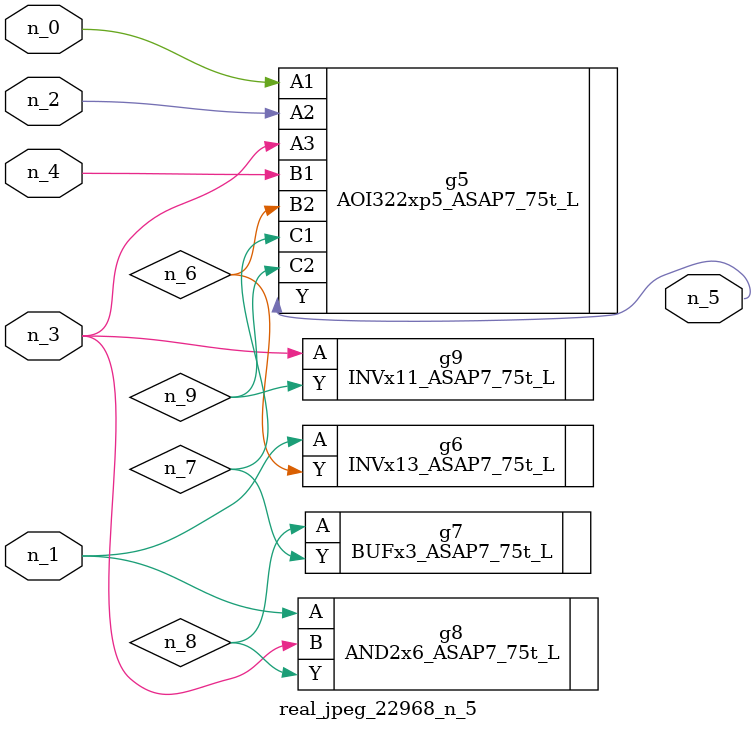
<source format=v>
module real_jpeg_22968_n_5 (n_4, n_0, n_1, n_2, n_3, n_5);

input n_4;
input n_0;
input n_1;
input n_2;
input n_3;

output n_5;

wire n_8;
wire n_6;
wire n_7;
wire n_9;

AOI322xp5_ASAP7_75t_L g5 ( 
.A1(n_0),
.A2(n_2),
.A3(n_3),
.B1(n_4),
.B2(n_6),
.C1(n_7),
.C2(n_9),
.Y(n_5)
);

INVx13_ASAP7_75t_L g6 ( 
.A(n_1),
.Y(n_6)
);

AND2x6_ASAP7_75t_L g8 ( 
.A(n_1),
.B(n_3),
.Y(n_8)
);

INVx11_ASAP7_75t_L g9 ( 
.A(n_3),
.Y(n_9)
);

BUFx3_ASAP7_75t_L g7 ( 
.A(n_8),
.Y(n_7)
);


endmodule
</source>
